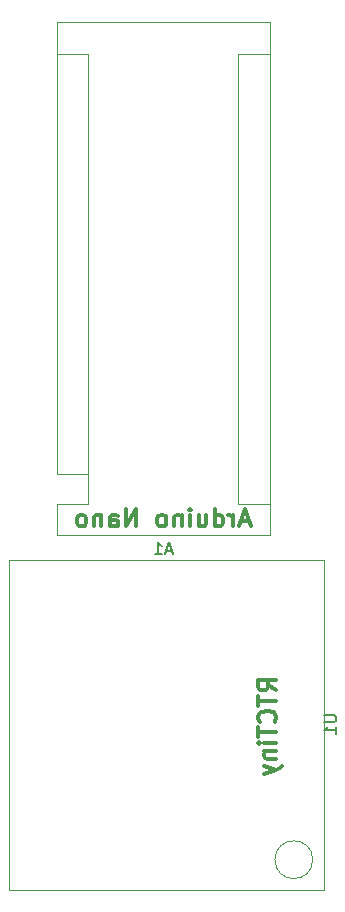
<source format=gbo>
G04 #@! TF.GenerationSoftware,KiCad,Pcbnew,(2018-01-30 revision 342197bb3)-makepkg*
G04 #@! TF.CreationDate,2018-02-10T00:50:17-05:00*
G04 #@! TF.ProjectId,DayClock Circuit,446179436C6F636B2043697263756974,rev?*
G04 #@! TF.SameCoordinates,Original*
G04 #@! TF.FileFunction,Legend,Bot*
G04 #@! TF.FilePolarity,Positive*
%FSLAX46Y46*%
G04 Gerber Fmt 4.6, Leading zero omitted, Abs format (unit mm)*
G04 Created by KiCad (PCBNEW (2018-01-30 revision 342197bb3)-makepkg) date 02/10/18 00:50:17*
%MOMM*%
%LPD*%
G01*
G04 APERTURE LIST*
%ADD10C,0.300000*%
%ADD11C,0.100000*%
%ADD12C,0.120000*%
%ADD13C,0.150000*%
G04 APERTURE END LIST*
D10*
X22185714Y-42550000D02*
X21471428Y-42550000D01*
X22328571Y-42978571D02*
X21828571Y-41478571D01*
X21328571Y-42978571D01*
X20828571Y-42978571D02*
X20828571Y-41978571D01*
X20828571Y-42264285D02*
X20757142Y-42121428D01*
X20685714Y-42050000D01*
X20542857Y-41978571D01*
X20400000Y-41978571D01*
X19257142Y-42978571D02*
X19257142Y-41478571D01*
X19257142Y-42907142D02*
X19400000Y-42978571D01*
X19685714Y-42978571D01*
X19828571Y-42907142D01*
X19900000Y-42835714D01*
X19971428Y-42692857D01*
X19971428Y-42264285D01*
X19900000Y-42121428D01*
X19828571Y-42050000D01*
X19685714Y-41978571D01*
X19400000Y-41978571D01*
X19257142Y-42050000D01*
X17900000Y-41978571D02*
X17900000Y-42978571D01*
X18542857Y-41978571D02*
X18542857Y-42764285D01*
X18471428Y-42907142D01*
X18328571Y-42978571D01*
X18114285Y-42978571D01*
X17971428Y-42907142D01*
X17900000Y-42835714D01*
X17185714Y-42978571D02*
X17185714Y-41978571D01*
X17185714Y-41478571D02*
X17257142Y-41550000D01*
X17185714Y-41621428D01*
X17114285Y-41550000D01*
X17185714Y-41478571D01*
X17185714Y-41621428D01*
X16471428Y-41978571D02*
X16471428Y-42978571D01*
X16471428Y-42121428D02*
X16400000Y-42050000D01*
X16257142Y-41978571D01*
X16042857Y-41978571D01*
X15900000Y-42050000D01*
X15828571Y-42192857D01*
X15828571Y-42978571D01*
X14900000Y-42978571D02*
X15042857Y-42907142D01*
X15114285Y-42835714D01*
X15185714Y-42692857D01*
X15185714Y-42264285D01*
X15114285Y-42121428D01*
X15042857Y-42050000D01*
X14900000Y-41978571D01*
X14685714Y-41978571D01*
X14542857Y-42050000D01*
X14471428Y-42121428D01*
X14400000Y-42264285D01*
X14400000Y-42692857D01*
X14471428Y-42835714D01*
X14542857Y-42907142D01*
X14685714Y-42978571D01*
X14900000Y-42978571D01*
X12614285Y-42978571D02*
X12614285Y-41478571D01*
X11757142Y-42978571D01*
X11757142Y-41478571D01*
X10400000Y-42978571D02*
X10400000Y-42192857D01*
X10471428Y-42050000D01*
X10614285Y-41978571D01*
X10900000Y-41978571D01*
X11042857Y-42050000D01*
X10400000Y-42907142D02*
X10542857Y-42978571D01*
X10900000Y-42978571D01*
X11042857Y-42907142D01*
X11114285Y-42764285D01*
X11114285Y-42621428D01*
X11042857Y-42478571D01*
X10900000Y-42407142D01*
X10542857Y-42407142D01*
X10400000Y-42335714D01*
X9685714Y-41978571D02*
X9685714Y-42978571D01*
X9685714Y-42121428D02*
X9614285Y-42050000D01*
X9471428Y-41978571D01*
X9257142Y-41978571D01*
X9114285Y-42050000D01*
X9042857Y-42192857D01*
X9042857Y-42978571D01*
X8114285Y-42978571D02*
X8257142Y-42907142D01*
X8328571Y-42835714D01*
X8400000Y-42692857D01*
X8400000Y-42264285D01*
X8328571Y-42121428D01*
X8257142Y-42050000D01*
X8114285Y-41978571D01*
X7900000Y-41978571D01*
X7757142Y-42050000D01*
X7685714Y-42121428D01*
X7614285Y-42264285D01*
X7614285Y-42692857D01*
X7685714Y-42835714D01*
X7757142Y-42907142D01*
X7900000Y-42978571D01*
X8114285Y-42978571D01*
X24478571Y-56864285D02*
X23764285Y-56364285D01*
X24478571Y-56007142D02*
X22978571Y-56007142D01*
X22978571Y-56578571D01*
X23050000Y-56721428D01*
X23121428Y-56792857D01*
X23264285Y-56864285D01*
X23478571Y-56864285D01*
X23621428Y-56792857D01*
X23692857Y-56721428D01*
X23764285Y-56578571D01*
X23764285Y-56007142D01*
X22978571Y-57292857D02*
X22978571Y-58150000D01*
X24478571Y-57721428D02*
X22978571Y-57721428D01*
X24335714Y-59507142D02*
X24407142Y-59435714D01*
X24478571Y-59221428D01*
X24478571Y-59078571D01*
X24407142Y-58864285D01*
X24264285Y-58721428D01*
X24121428Y-58650000D01*
X23835714Y-58578571D01*
X23621428Y-58578571D01*
X23335714Y-58650000D01*
X23192857Y-58721428D01*
X23050000Y-58864285D01*
X22978571Y-59078571D01*
X22978571Y-59221428D01*
X23050000Y-59435714D01*
X23121428Y-59507142D01*
X22978571Y-59935714D02*
X22978571Y-60792857D01*
X24478571Y-60364285D02*
X22978571Y-60364285D01*
X24478571Y-61292857D02*
X23478571Y-61292857D01*
X22978571Y-61292857D02*
X23050000Y-61221428D01*
X23121428Y-61292857D01*
X23050000Y-61364285D01*
X22978571Y-61292857D01*
X23121428Y-61292857D01*
X23478571Y-62007142D02*
X24478571Y-62007142D01*
X23621428Y-62007142D02*
X23550000Y-62078571D01*
X23478571Y-62221428D01*
X23478571Y-62435714D01*
X23550000Y-62578571D01*
X23692857Y-62650000D01*
X24478571Y-62650000D01*
X23478571Y-63221428D02*
X24478571Y-63578571D01*
X23478571Y-63935714D02*
X24478571Y-63578571D01*
X24835714Y-63435714D01*
X24907142Y-63364285D01*
X24978571Y-63221428D01*
D11*
X28510000Y-73730000D02*
X28510000Y-48330000D01*
X28510000Y-45790000D02*
X1840000Y-45790000D01*
X1840000Y-48330000D02*
X1840000Y-73730000D01*
X1840000Y-73730000D02*
X28510000Y-73730000D01*
X1840000Y-48330000D02*
X1840000Y-45790000D01*
X28510000Y-48330000D02*
X28510000Y-45790000D01*
X27570000Y-71190000D02*
G75*
G03X27570000Y-71190000I-1600000J0D01*
G01*
D12*
X23940000Y-43740000D02*
X5900000Y-43740000D01*
X23940000Y-300000D02*
X23940000Y-43740000D01*
X5900000Y-300000D02*
X23940000Y-300000D01*
X8570000Y-2970000D02*
X5900000Y-2970000D01*
X8570000Y-38530000D02*
X8570000Y-2970000D01*
X8570000Y-38530000D02*
X5900000Y-38530000D01*
X21270000Y-2970000D02*
X23940000Y-2970000D01*
X21270000Y-41070000D02*
X21270000Y-2970000D01*
X21270000Y-41070000D02*
X23940000Y-41070000D01*
X5900000Y-43740000D02*
X5900000Y-41070000D01*
X5900000Y-38530000D02*
X5900000Y-300000D01*
X8570000Y-41070000D02*
X5900000Y-41070000D01*
X8570000Y-38530000D02*
X8570000Y-41070000D01*
D13*
X28552380Y-58938095D02*
X29361904Y-58938095D01*
X29457142Y-58985714D01*
X29504761Y-59033333D01*
X29552380Y-59128571D01*
X29552380Y-59319047D01*
X29504761Y-59414285D01*
X29457142Y-59461904D01*
X29361904Y-59509523D01*
X28552380Y-59509523D01*
X29552380Y-60509523D02*
X29552380Y-59938095D01*
X29552380Y-60223809D02*
X28552380Y-60223809D01*
X28695238Y-60128571D01*
X28790476Y-60033333D01*
X28838095Y-59938095D01*
X15634285Y-45046666D02*
X15158095Y-45046666D01*
X15729523Y-45332380D02*
X15396190Y-44332380D01*
X15062857Y-45332380D01*
X14205714Y-45332380D02*
X14777142Y-45332380D01*
X14491428Y-45332380D02*
X14491428Y-44332380D01*
X14586666Y-44475238D01*
X14681904Y-44570476D01*
X14777142Y-44618095D01*
M02*

</source>
